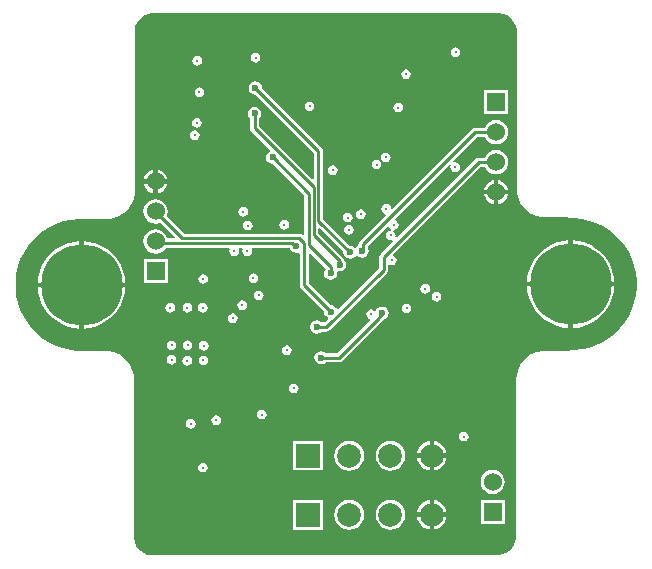
<source format=gbr>
%TF.GenerationSoftware,Altium Limited,Altium Designer,20.0.13 (296)*%
G04 Layer_Physical_Order=3*
G04 Layer_Color=16440176*
%FSLAX25Y25*%
%MOIN*%
%TF.FileFunction,Copper,L3,Inr,Signal*%
%TF.Part,Single*%
G01*
G75*
%TA.AperFunction,Conductor*%
%ADD24C,0.01000*%
%TA.AperFunction,ComponentPad*%
%ADD28C,0.07874*%
%ADD29R,0.07874X0.07874*%
%ADD30R,0.06000X0.06000*%
%ADD31C,0.06000*%
%ADD32C,0.27165*%
%TA.AperFunction,ViaPad*%
%ADD33C,0.02362*%
%ADD34C,0.01181*%
G36*
X636023Y282060D02*
X637163Y281587D01*
X638190Y280901D01*
X639063Y280028D01*
X639749Y279001D01*
X640222Y277860D01*
X640462Y276649D01*
Y276032D01*
X640463Y276031D01*
X640462Y276031D01*
X640505Y223649D01*
X640521Y223566D01*
X640514Y223482D01*
X640592Y222743D01*
X640614Y222672D01*
Y222598D01*
X640915Y221084D01*
X640975Y220938D01*
X641006Y220783D01*
X641597Y219356D01*
X641685Y219225D01*
X641745Y219079D01*
X642603Y217795D01*
X642715Y217684D01*
X642802Y217552D01*
X643894Y216461D01*
X644025Y216373D01*
X644137Y216261D01*
X645421Y215404D01*
X645567Y215343D01*
X645698Y215255D01*
X647124Y214664D01*
X647279Y214633D01*
X647426Y214573D01*
X648939Y214272D01*
X649058D01*
X649174Y214243D01*
X649481Y214228D01*
X649653Y214194D01*
X649820Y214130D01*
X649958Y214133D01*
X650093Y214106D01*
X657766D01*
X657904Y214014D01*
X657968Y214001D01*
X658026Y213969D01*
X658274Y213941D01*
X658518Y213892D01*
X659755D01*
X662212Y213615D01*
X664623Y213065D01*
X666957Y212248D01*
X669185Y211175D01*
X671278Y209859D01*
X673212Y208318D01*
X674960Y206569D01*
X676502Y204636D01*
X677818Y202542D01*
X678891Y200314D01*
X679707Y197980D01*
X680258Y195569D01*
X680535Y193112D01*
Y190639D01*
X680258Y188182D01*
X679707Y185771D01*
X678891Y183437D01*
X677818Y181209D01*
X676502Y179115D01*
X674961Y177182D01*
X673212Y175433D01*
X671278Y173891D01*
X669185Y172576D01*
X666957Y171503D01*
X664623Y170686D01*
X662212Y170136D01*
X659755Y169859D01*
X658518D01*
X658359Y169827D01*
X658196Y169826D01*
X658055Y169767D01*
X658044Y169765D01*
X650206D01*
X650166Y169757D01*
X650127Y169763D01*
X649850Y169749D01*
X649850Y169749D01*
X649078Y169711D01*
X648963Y169682D01*
X648844D01*
X647330Y169381D01*
X647184Y169321D01*
X647029Y169290D01*
X645603Y168699D01*
X645471Y168611D01*
X645325Y168551D01*
X644042Y167693D01*
X643930Y167581D01*
X643798Y167493D01*
X642707Y166402D01*
X642619Y166271D01*
X642507Y166159D01*
X641650Y164875D01*
X641589Y164729D01*
X641501Y164598D01*
X640911Y163172D01*
X640880Y163017D01*
X640819Y162871D01*
X640518Y161356D01*
Y161238D01*
X640489Y161122D01*
X640479Y160921D01*
X640438Y160859D01*
X640407Y160700D01*
X640345Y160551D01*
X640346Y160396D01*
X640316Y160244D01*
Y108385D01*
X640285Y108322D01*
X640271Y108112D01*
X640230Y107905D01*
Y107288D01*
X639989Y106077D01*
X639516Y104936D01*
X638830Y103910D01*
X637957Y103036D01*
X636930Y102350D01*
X635790Y101878D01*
X634579Y101637D01*
X633961D01*
X633847Y101614D01*
X633730Y101620D01*
X633628Y101605D01*
X519570D01*
X519544Y101600D01*
X519517Y101604D01*
X519237Y101539D01*
X518956Y101483D01*
X518933Y101468D01*
X518907Y101462D01*
X518902Y101459D01*
X518632D01*
X517420Y101700D01*
X516280Y102173D01*
X515253Y102859D01*
X514380Y103732D01*
X513694Y104759D01*
X513221Y105899D01*
X512981Y107110D01*
Y107728D01*
X512954Y107859D01*
X512958Y107994D01*
X512909Y108123D01*
Y160204D01*
X512898Y160258D01*
X512906Y160314D01*
X512853Y161077D01*
X512826Y161177D01*
Y161281D01*
X512525Y162795D01*
X512464Y162941D01*
X512434Y163096D01*
X511843Y164522D01*
X511755Y164653D01*
X511694Y164799D01*
X510837Y166083D01*
X510725Y166195D01*
X510637Y166326D01*
X509546Y167418D01*
X509414Y167506D01*
X509303Y167617D01*
X508019Y168475D01*
X507873Y168535D01*
X507741Y168623D01*
X506315Y169214D01*
X506160Y169245D01*
X506014Y169305D01*
X504500Y169606D01*
X504381D01*
X504266Y169635D01*
X503494Y169673D01*
X503457Y169668D01*
X503420Y169675D01*
X495330Y169699D01*
X495183Y169670D01*
X495034Y169672D01*
X495013Y169664D01*
X494251D01*
X491794Y169941D01*
X489383Y170491D01*
X487049Y171308D01*
X484821Y172381D01*
X482727Y173696D01*
X480794Y175238D01*
X479045Y176987D01*
X477503Y178920D01*
X476188Y181014D01*
X475115Y183242D01*
X474298Y185576D01*
X473748Y187987D01*
X473471Y190444D01*
Y192917D01*
X473748Y195374D01*
X474298Y197785D01*
X475115Y200119D01*
X476188Y202347D01*
X477503Y204441D01*
X479045Y206374D01*
X480794Y208123D01*
X482727Y209665D01*
X484821Y210980D01*
X487049Y212053D01*
X489383Y212870D01*
X491794Y213420D01*
X494251Y213697D01*
X495487D01*
X495511Y213702D01*
X495536Y213698D01*
X495607Y213700D01*
X503643D01*
X503759Y213672D01*
X503828Y213684D01*
X503897Y213673D01*
X504668Y213711D01*
X504784Y213740D01*
X504903D01*
X506417Y214041D01*
X506563Y214102D01*
X506718Y214133D01*
X508144Y214723D01*
X508276Y214811D01*
X508422Y214872D01*
X509705Y215729D01*
X509817Y215841D01*
X509948Y215929D01*
X511040Y217020D01*
X511128Y217152D01*
X511239Y217264D01*
X512097Y218547D01*
X512158Y218693D01*
X512245Y218825D01*
X512836Y220251D01*
X512867Y220406D01*
X512927Y220552D01*
X513229Y222066D01*
Y222185D01*
X513258Y222300D01*
X513296Y223072D01*
X513289Y223112D01*
X513297Y223152D01*
X513259Y275551D01*
X513244Y275626D01*
X513252Y275704D01*
X513216Y276068D01*
Y276608D01*
X513457Y277819D01*
X513930Y278960D01*
X514616Y279987D01*
X515489Y280860D01*
X516516Y281546D01*
X517656Y282018D01*
X518867Y282259D01*
X519485D01*
X519489Y282260D01*
X519493Y282259D01*
X519775Y282261D01*
X633945Y282261D01*
X634070Y282286D01*
X634197Y282281D01*
X634321Y282300D01*
X634811D01*
X636023Y282060D01*
D02*
G37*
%LPC*%
G36*
X620128Y270862D02*
X619508Y270739D01*
X618982Y270387D01*
X618630Y269861D01*
X618507Y269240D01*
X618630Y268620D01*
X618982Y268094D01*
X619508Y267742D01*
X620128Y267619D01*
X620749Y267742D01*
X621275Y268094D01*
X621627Y268620D01*
X621750Y269240D01*
X621627Y269861D01*
X621275Y270387D01*
X620749Y270739D01*
X620128Y270862D01*
D02*
G37*
G36*
X553488Y268958D02*
X552868Y268835D01*
X552342Y268483D01*
X551990Y267957D01*
X551867Y267336D01*
X551990Y266716D01*
X552342Y266190D01*
X552868Y265838D01*
X553488Y265715D01*
X554109Y265838D01*
X554635Y266190D01*
X554987Y266716D01*
X555110Y267336D01*
X554987Y267957D01*
X554635Y268483D01*
X554109Y268835D01*
X553488Y268958D01*
D02*
G37*
G36*
X534004Y267950D02*
X533384Y267827D01*
X532857Y267475D01*
X532506Y266949D01*
X532382Y266329D01*
X532506Y265708D01*
X532857Y265182D01*
X533384Y264830D01*
X534004Y264707D01*
X534625Y264830D01*
X535151Y265182D01*
X535502Y265708D01*
X535626Y266329D01*
X535502Y266949D01*
X535151Y267475D01*
X534625Y267827D01*
X534004Y267950D01*
D02*
G37*
G36*
X603624Y263442D02*
X603004Y263319D01*
X602477Y262967D01*
X602126Y262441D01*
X602002Y261821D01*
X602126Y261200D01*
X602477Y260674D01*
X603004Y260322D01*
X603624Y260199D01*
X604245Y260322D01*
X604771Y260674D01*
X605122Y261200D01*
X605246Y261821D01*
X605122Y262441D01*
X604771Y262967D01*
X604245Y263319D01*
X603624Y263442D01*
D02*
G37*
G36*
X534770Y257519D02*
X534150Y257396D01*
X533624Y257044D01*
X533272Y256518D01*
X533149Y255897D01*
X533272Y255277D01*
X533624Y254751D01*
X534150Y254399D01*
X534770Y254276D01*
X535391Y254399D01*
X535917Y254751D01*
X536269Y255277D01*
X536392Y255897D01*
X536269Y256518D01*
X535917Y257044D01*
X535391Y257396D01*
X534770Y257519D01*
D02*
G37*
G36*
X571460Y252757D02*
X570839Y252634D01*
X570313Y252282D01*
X569962Y251756D01*
X569838Y251135D01*
X569962Y250515D01*
X570313Y249989D01*
X570839Y249637D01*
X571460Y249514D01*
X572080Y249637D01*
X572606Y249989D01*
X572958Y250515D01*
X573081Y251135D01*
X572958Y251756D01*
X572606Y252282D01*
X572080Y252634D01*
X571460Y252757D01*
D02*
G37*
G36*
X601079Y252366D02*
X600458Y252242D01*
X599932Y251891D01*
X599581Y251365D01*
X599457Y250744D01*
X599581Y250124D01*
X599932Y249597D01*
X600458Y249246D01*
X601079Y249122D01*
X601699Y249246D01*
X602226Y249597D01*
X602577Y250124D01*
X602701Y250744D01*
X602577Y251365D01*
X602226Y251891D01*
X601699Y252242D01*
X601079Y252366D01*
D02*
G37*
G36*
X637638Y256554D02*
X629638D01*
Y248554D01*
X637638D01*
Y256554D01*
D02*
G37*
G36*
X533864Y247229D02*
X533243Y247105D01*
X532717Y246754D01*
X532366Y246227D01*
X532242Y245607D01*
X532366Y244986D01*
X532717Y244460D01*
X533243Y244109D01*
X533864Y243985D01*
X534484Y244109D01*
X535010Y244460D01*
X535362Y244986D01*
X535486Y245607D01*
X535362Y246227D01*
X535010Y246754D01*
X534484Y247105D01*
X533864Y247229D01*
D02*
G37*
G36*
X533209Y243112D02*
X532588Y242989D01*
X532062Y242637D01*
X531711Y242111D01*
X531587Y241490D01*
X531711Y240870D01*
X532062Y240344D01*
X532588Y239992D01*
X533209Y239869D01*
X533829Y239992D01*
X534356Y240344D01*
X534707Y240870D01*
X534831Y241490D01*
X534707Y242111D01*
X534356Y242637D01*
X533829Y242989D01*
X533209Y243112D01*
D02*
G37*
G36*
X596928Y235755D02*
X596307Y235631D01*
X595781Y235280D01*
X595430Y234754D01*
X595306Y234133D01*
X595430Y233512D01*
X595781Y232986D01*
X596307Y232635D01*
X596928Y232511D01*
X597548Y232635D01*
X598075Y232986D01*
X598426Y233512D01*
X598550Y234133D01*
X598426Y234754D01*
X598075Y235280D01*
X597548Y235631D01*
X596928Y235755D01*
D02*
G37*
G36*
X593819Y233368D02*
X593198Y233245D01*
X592672Y232893D01*
X592320Y232367D01*
X592197Y231747D01*
X592320Y231126D01*
X592672Y230600D01*
X593198Y230248D01*
X593819Y230125D01*
X594439Y230248D01*
X594965Y230600D01*
X595317Y231126D01*
X595440Y231747D01*
X595317Y232367D01*
X594965Y232893D01*
X594439Y233245D01*
X593819Y233368D01*
D02*
G37*
G36*
X579195Y231500D02*
X578574Y231376D01*
X578048Y231025D01*
X577697Y230499D01*
X577573Y229878D01*
X577697Y229257D01*
X578048Y228731D01*
X578574Y228380D01*
X579195Y228256D01*
X579816Y228380D01*
X580342Y228731D01*
X580693Y229257D01*
X580817Y229878D01*
X580693Y230499D01*
X580342Y231025D01*
X579816Y231376D01*
X579195Y231500D01*
D02*
G37*
G36*
X520889Y230073D02*
Y226887D01*
X524075D01*
X524036Y227181D01*
X523633Y228154D01*
X522992Y228990D01*
X522156Y229631D01*
X521183Y230034D01*
X520889Y230073D01*
D02*
G37*
G36*
X519389D02*
X519095Y230034D01*
X518122Y229631D01*
X517286Y228990D01*
X516645Y228154D01*
X516242Y227181D01*
X516203Y226887D01*
X519389D01*
Y230073D01*
D02*
G37*
G36*
X553455Y259474D02*
X552604Y259305D01*
X551883Y258823D01*
X551401Y258102D01*
X551231Y257251D01*
X551401Y256400D01*
X551883Y255678D01*
X552604Y255196D01*
X553455Y255027D01*
X553506Y255037D01*
X572908Y235635D01*
Y227035D01*
X572446Y226844D01*
X554667Y244622D01*
Y247236D01*
X554710Y247265D01*
X555192Y247986D01*
X555362Y248837D01*
X555192Y249688D01*
X554710Y250410D01*
X553989Y250892D01*
X553138Y251061D01*
X552287Y250892D01*
X551565Y250410D01*
X551083Y249688D01*
X550914Y248837D01*
X551083Y247986D01*
X551565Y247265D01*
X551608Y247236D01*
Y243989D01*
X551725Y243404D01*
X552056Y242908D01*
X558272Y236692D01*
X558146Y236110D01*
X557607Y235750D01*
X557125Y235029D01*
X556956Y234178D01*
X557125Y233327D01*
X557607Y232605D01*
X558328Y232123D01*
X559179Y231954D01*
X559230Y231964D01*
X569727Y221468D01*
Y208359D01*
X569265Y208168D01*
X569182Y208250D01*
X568686Y208581D01*
X568101Y208698D01*
X529741D01*
X523834Y214605D01*
X524036Y215093D01*
X524173Y216137D01*
X524036Y217181D01*
X523633Y218154D01*
X522992Y218990D01*
X522156Y219631D01*
X521183Y220034D01*
X520139Y220171D01*
X519095Y220034D01*
X518122Y219631D01*
X517286Y218990D01*
X516645Y218154D01*
X516242Y217181D01*
X516105Y216137D01*
X516242Y215093D01*
X516645Y214120D01*
X517286Y213284D01*
X518122Y212643D01*
X519095Y212240D01*
X520139Y212102D01*
X521183Y212240D01*
X521671Y212442D01*
X526544Y207569D01*
X526352Y207107D01*
X524046D01*
X524036Y207181D01*
X523633Y208154D01*
X522992Y208990D01*
X522156Y209631D01*
X521183Y210034D01*
X520139Y210171D01*
X519095Y210034D01*
X518122Y209631D01*
X517286Y208990D01*
X516645Y208154D01*
X516242Y207181D01*
X516105Y206137D01*
X516242Y205093D01*
X516645Y204120D01*
X517286Y203284D01*
X518122Y202643D01*
X519095Y202240D01*
X520139Y202102D01*
X521183Y202240D01*
X522156Y202643D01*
X522992Y203284D01*
X523579Y204049D01*
X544632D01*
X544900Y203549D01*
X544847Y203469D01*
X544723Y202849D01*
X544847Y202228D01*
X545198Y201702D01*
X545724Y201350D01*
X546345Y201227D01*
X546965Y201350D01*
X547492Y201702D01*
X547843Y202228D01*
X547967Y202849D01*
X547843Y203469D01*
X547790Y203549D01*
X548057Y204049D01*
X548940D01*
X549207Y203549D01*
X549163Y203483D01*
X549040Y202863D01*
X549163Y202242D01*
X549515Y201716D01*
X550041Y201364D01*
X550662Y201241D01*
X551282Y201364D01*
X551808Y201716D01*
X552160Y202242D01*
X552283Y202863D01*
X552160Y203483D01*
X552116Y203549D01*
X552383Y204049D01*
X564866D01*
X564945Y203649D01*
X565427Y202927D01*
X566149Y202446D01*
X567000Y202276D01*
X567636Y202403D01*
X568136Y202080D01*
Y191607D01*
X568252Y191022D01*
X568584Y190526D01*
X576291Y182819D01*
X576281Y182768D01*
X576450Y181917D01*
X576932Y181195D01*
X577471Y180835D01*
X577597Y180254D01*
X576481Y179138D01*
X575496D01*
X575468Y179181D01*
X574746Y179663D01*
X573895Y179832D01*
X573044Y179663D01*
X572323Y179181D01*
X571841Y178460D01*
X571671Y177609D01*
X571841Y176758D01*
X572323Y176036D01*
X573044Y175554D01*
X573895Y175385D01*
X574746Y175554D01*
X575468Y176036D01*
X575496Y176079D01*
X577115D01*
X577700Y176196D01*
X578196Y176527D01*
X597323Y195654D01*
X597655Y196150D01*
X597771Y196736D01*
Y198179D01*
X598212Y198414D01*
X598286Y198365D01*
X598907Y198241D01*
X599528Y198365D01*
X600054Y198716D01*
X600405Y199242D01*
X600529Y199863D01*
X600405Y200483D01*
X600054Y201010D01*
X599528Y201361D01*
X599440Y201379D01*
X599295Y201857D01*
X628462Y231025D01*
X629942D01*
X630144Y230537D01*
X630785Y229701D01*
X631620Y229060D01*
X632593Y228657D01*
X633638Y228519D01*
X634682Y228657D01*
X635655Y229060D01*
X636490Y229701D01*
X637132Y230537D01*
X637535Y231510D01*
X637672Y232554D01*
X637535Y233598D01*
X637132Y234571D01*
X636490Y235407D01*
X635655Y236048D01*
X634682Y236451D01*
X633638Y236588D01*
X632593Y236451D01*
X631620Y236048D01*
X630785Y235407D01*
X630144Y234571D01*
X629942Y234083D01*
X627829D01*
X627243Y233967D01*
X626747Y233635D01*
X600542Y207431D01*
X600082Y207677D01*
X600174Y208143D01*
X600051Y208763D01*
X599699Y209289D01*
X599371Y209509D01*
X599539Y209954D01*
X599558Y209985D01*
X600170Y210106D01*
X600696Y210458D01*
X601048Y210984D01*
X601171Y211605D01*
X601048Y212225D01*
X600696Y212752D01*
X600170Y213103D01*
X600082Y213121D01*
X599937Y213599D01*
X618023Y231685D01*
X618496Y231503D01*
X618517Y231472D01*
X618400Y230882D01*
X618524Y230261D01*
X618875Y229735D01*
X619401Y229384D01*
X620022Y229260D01*
X620642Y229384D01*
X621169Y229735D01*
X621520Y230261D01*
X621643Y230882D01*
X621520Y231502D01*
X621169Y232029D01*
X620642Y232380D01*
X620022Y232504D01*
X619431Y232386D01*
X619401Y232408D01*
X619219Y232880D01*
X627363Y241024D01*
X629942D01*
X630144Y240537D01*
X630785Y239701D01*
X631620Y239060D01*
X632593Y238657D01*
X633638Y238519D01*
X634682Y238657D01*
X635655Y239060D01*
X636490Y239701D01*
X637132Y240537D01*
X637535Y241510D01*
X637672Y242554D01*
X637535Y243598D01*
X637132Y244571D01*
X636490Y245407D01*
X635655Y246048D01*
X634682Y246451D01*
X633638Y246588D01*
X632593Y246451D01*
X631620Y246048D01*
X630785Y245407D01*
X630144Y244571D01*
X629942Y244083D01*
X626729D01*
X626144Y243967D01*
X625648Y243635D01*
X599112Y217099D01*
X598569Y217264D01*
X598498Y217621D01*
X598147Y218147D01*
X597621Y218498D01*
X597000Y218622D01*
X596379Y218498D01*
X595853Y218147D01*
X595502Y217621D01*
X595378Y217000D01*
X595502Y216379D01*
X595853Y215853D01*
X596379Y215502D01*
X596736Y215431D01*
X596901Y214888D01*
X588203Y206191D01*
X587872Y205695D01*
X587756Y205110D01*
Y204760D01*
X587452Y204557D01*
X587151Y204107D01*
X586573Y204072D01*
X585851Y204555D01*
X585000Y204724D01*
X584949Y204714D01*
X575966Y213697D01*
Y236269D01*
X575850Y236854D01*
X575518Y237350D01*
X555669Y257200D01*
X555679Y257251D01*
X555510Y258102D01*
X555028Y258823D01*
X554306Y259305D01*
X553455Y259474D01*
D02*
G37*
G36*
X634388Y226490D02*
Y223304D01*
X637573D01*
X637535Y223598D01*
X637132Y224571D01*
X636490Y225407D01*
X635655Y226048D01*
X634682Y226451D01*
X634388Y226490D01*
D02*
G37*
G36*
X632888D02*
X632593Y226451D01*
X631620Y226048D01*
X630785Y225407D01*
X630144Y224571D01*
X629740Y223598D01*
X629702Y223304D01*
X632888D01*
Y226490D01*
D02*
G37*
G36*
X524075Y225387D02*
X520889D01*
Y222201D01*
X521183Y222240D01*
X522156Y222643D01*
X522992Y223284D01*
X523633Y224120D01*
X524036Y225093D01*
X524075Y225387D01*
D02*
G37*
G36*
X519389D02*
X516203D01*
X516242Y225093D01*
X516645Y224120D01*
X517286Y223284D01*
X518122Y222643D01*
X519095Y222240D01*
X519389Y222201D01*
Y225387D01*
D02*
G37*
G36*
X637573Y221804D02*
X634388D01*
Y218618D01*
X634682Y218657D01*
X635655Y219060D01*
X636490Y219701D01*
X637132Y220537D01*
X637535Y221510D01*
X637573Y221804D01*
D02*
G37*
G36*
X632888D02*
X629702D01*
X629740Y221510D01*
X630144Y220537D01*
X630785Y219701D01*
X631620Y219060D01*
X632593Y218657D01*
X632888Y218618D01*
Y221804D01*
D02*
G37*
G36*
X549389Y217664D02*
X548768Y217541D01*
X548242Y217189D01*
X547890Y216663D01*
X547767Y216043D01*
X547890Y215422D01*
X548242Y214896D01*
X548768Y214544D01*
X549389Y214421D01*
X550009Y214544D01*
X550535Y214896D01*
X550887Y215422D01*
X551010Y216043D01*
X550887Y216663D01*
X550535Y217189D01*
X550009Y217541D01*
X549389Y217664D01*
D02*
G37*
G36*
X588617Y216829D02*
X587996Y216705D01*
X587470Y216354D01*
X587119Y215827D01*
X586995Y215207D01*
X587119Y214586D01*
X587470Y214060D01*
X587996Y213709D01*
X588617Y213585D01*
X589237Y213709D01*
X589764Y214060D01*
X590115Y214586D01*
X590239Y215207D01*
X590115Y215827D01*
X589764Y216354D01*
X589237Y216705D01*
X588617Y216829D01*
D02*
G37*
G36*
X584271Y215720D02*
X583651Y215596D01*
X583124Y215245D01*
X582773Y214719D01*
X582650Y214098D01*
X582773Y213477D01*
X583124Y212951D01*
X583651Y212600D01*
X584271Y212476D01*
X584892Y212600D01*
X585418Y212951D01*
X585770Y213477D01*
X585893Y214098D01*
X585770Y214719D01*
X585418Y215245D01*
X584892Y215596D01*
X584271Y215720D01*
D02*
G37*
G36*
X562999Y213297D02*
X562379Y213173D01*
X561853Y212822D01*
X561501Y212295D01*
X561378Y211675D01*
X561501Y211054D01*
X561853Y210528D01*
X562379Y210176D01*
X562999Y210053D01*
X563620Y210176D01*
X564146Y210528D01*
X564498Y211054D01*
X564621Y211675D01*
X564498Y212295D01*
X564146Y212822D01*
X563620Y213173D01*
X562999Y213297D01*
D02*
G37*
G36*
X550892Y213023D02*
X550272Y212900D01*
X549746Y212548D01*
X549394Y212022D01*
X549271Y211402D01*
X549394Y210781D01*
X549746Y210255D01*
X550272Y209903D01*
X550892Y209780D01*
X551513Y209903D01*
X552039Y210255D01*
X552390Y210781D01*
X552514Y211402D01*
X552390Y212022D01*
X552039Y212548D01*
X551513Y212900D01*
X550892Y213023D01*
D02*
G37*
G36*
X584621Y211640D02*
X584000Y211516D01*
X583474Y211165D01*
X583122Y210639D01*
X582999Y210018D01*
X583122Y209398D01*
X583474Y208872D01*
X584000Y208520D01*
X584621Y208397D01*
X585241Y208520D01*
X585767Y208872D01*
X586119Y209398D01*
X586242Y210018D01*
X586119Y210639D01*
X585767Y211165D01*
X585241Y211516D01*
X584621Y211640D01*
D02*
G37*
G36*
X659273Y206438D02*
Y192619D01*
X673092D01*
X672971Y194158D01*
X672435Y196390D01*
X671557Y198510D01*
X670358Y200467D01*
X668867Y202213D01*
X667121Y203703D01*
X665164Y204903D01*
X663044Y205781D01*
X660812Y206317D01*
X659273Y206438D01*
D02*
G37*
G36*
X657773D02*
X656235Y206317D01*
X654003Y205781D01*
X651883Y204903D01*
X649925Y203703D01*
X648180Y202213D01*
X646689Y200467D01*
X645490Y198510D01*
X644612Y196390D01*
X644076Y194158D01*
X643955Y192619D01*
X657773D01*
Y206438D01*
D02*
G37*
G36*
X496219Y206176D02*
Y192357D01*
X510037D01*
X509916Y193895D01*
X509380Y196127D01*
X508502Y198248D01*
X507303Y200205D01*
X505812Y201950D01*
X504067Y203441D01*
X502109Y204640D01*
X499989Y205519D01*
X497757Y206055D01*
X496219Y206176D01*
D02*
G37*
G36*
X494719D02*
X493180Y206055D01*
X490948Y205519D01*
X488828Y204640D01*
X486871Y203441D01*
X485125Y201950D01*
X483635Y200205D01*
X482435Y198248D01*
X481557Y196127D01*
X481021Y193895D01*
X480900Y192357D01*
X494719D01*
Y206176D01*
D02*
G37*
G36*
X552779Y195491D02*
X552158Y195368D01*
X551632Y195016D01*
X551280Y194490D01*
X551157Y193870D01*
X551280Y193249D01*
X551632Y192723D01*
X552158Y192371D01*
X552779Y192248D01*
X553399Y192371D01*
X553925Y192723D01*
X554277Y193249D01*
X554400Y193870D01*
X554277Y194490D01*
X553925Y195016D01*
X553399Y195368D01*
X552779Y195491D01*
D02*
G37*
G36*
X524139Y200137D02*
X516139D01*
Y192137D01*
X524139D01*
Y200137D01*
D02*
G37*
G36*
X536026Y195226D02*
X535405Y195102D01*
X534879Y194750D01*
X534527Y194224D01*
X534404Y193604D01*
X534527Y192983D01*
X534879Y192457D01*
X535405Y192105D01*
X536026Y191982D01*
X536646Y192105D01*
X537172Y192457D01*
X537524Y192983D01*
X537647Y193604D01*
X537524Y194224D01*
X537172Y194750D01*
X536646Y195102D01*
X536026Y195226D01*
D02*
G37*
G36*
X610056Y192007D02*
X609436Y191884D01*
X608910Y191532D01*
X608558Y191006D01*
X608435Y190386D01*
X608558Y189765D01*
X608910Y189239D01*
X609436Y188887D01*
X610056Y188764D01*
X610677Y188887D01*
X611203Y189239D01*
X611555Y189765D01*
X611678Y190386D01*
X611555Y191006D01*
X611203Y191532D01*
X610677Y191884D01*
X610056Y192007D01*
D02*
G37*
G36*
X554583Y189745D02*
X553963Y189622D01*
X553436Y189270D01*
X553085Y188744D01*
X552961Y188124D01*
X553085Y187503D01*
X553436Y186977D01*
X553963Y186625D01*
X554583Y186502D01*
X555204Y186625D01*
X555730Y186977D01*
X556081Y187503D01*
X556205Y188124D01*
X556081Y188744D01*
X555730Y189270D01*
X555204Y189622D01*
X554583Y189745D01*
D02*
G37*
G36*
X613836Y189294D02*
X613215Y189170D01*
X612689Y188819D01*
X612338Y188293D01*
X612214Y187672D01*
X612338Y187051D01*
X612689Y186525D01*
X613215Y186174D01*
X613836Y186050D01*
X614457Y186174D01*
X614983Y186525D01*
X615334Y187051D01*
X615458Y187672D01*
X615334Y188293D01*
X614983Y188819D01*
X614457Y189170D01*
X613836Y189294D01*
D02*
G37*
G36*
X549060Y186484D02*
X548439Y186361D01*
X547913Y186009D01*
X547562Y185483D01*
X547438Y184862D01*
X547562Y184242D01*
X547913Y183715D01*
X548439Y183364D01*
X549060Y183240D01*
X549680Y183364D01*
X550206Y183715D01*
X550558Y184242D01*
X550681Y184862D01*
X550558Y185483D01*
X550206Y186009D01*
X549680Y186361D01*
X549060Y186484D01*
D02*
G37*
G36*
X595668Y184430D02*
X594817Y184261D01*
X594096Y183779D01*
X593655Y183119D01*
X593349Y183036D01*
X593095Y183015D01*
X592621Y183332D01*
X592000Y183455D01*
X591379Y183332D01*
X590853Y182980D01*
X590502Y182454D01*
X590378Y181833D01*
X590502Y181213D01*
X590853Y180687D01*
X591379Y180335D01*
X591467Y180318D01*
X591612Y179839D01*
X580664Y168891D01*
X576912D01*
X576883Y168934D01*
X576162Y169416D01*
X575311Y169585D01*
X574460Y169416D01*
X573738Y168934D01*
X573256Y168212D01*
X573087Y167361D01*
X573256Y166510D01*
X573738Y165789D01*
X574460Y165307D01*
X575311Y165137D01*
X576162Y165307D01*
X576883Y165789D01*
X576912Y165832D01*
X581297D01*
X581882Y165948D01*
X582379Y166280D01*
X595747Y179648D01*
X595960Y179966D01*
X596052Y180059D01*
X596519Y180152D01*
X597240Y180634D01*
X597723Y181355D01*
X597892Y182206D01*
X597723Y183057D01*
X597240Y183779D01*
X596519Y184261D01*
X595668Y184430D01*
D02*
G37*
G36*
X535868Y185634D02*
X535248Y185510D01*
X534722Y185159D01*
X534370Y184633D01*
X534247Y184012D01*
X534370Y183391D01*
X534722Y182865D01*
X535248Y182514D01*
X535868Y182390D01*
X536489Y182514D01*
X537015Y182865D01*
X537366Y183391D01*
X537490Y184012D01*
X537366Y184633D01*
X537015Y185159D01*
X536489Y185510D01*
X535868Y185634D01*
D02*
G37*
G36*
X530754D02*
X530133Y185510D01*
X529607Y185159D01*
X529256Y184633D01*
X529132Y184012D01*
X529256Y183391D01*
X529607Y182865D01*
X530133Y182514D01*
X530754Y182390D01*
X531375Y182514D01*
X531901Y182865D01*
X532252Y183391D01*
X532376Y184012D01*
X532252Y184633D01*
X531901Y185159D01*
X531375Y185510D01*
X530754Y185634D01*
D02*
G37*
G36*
X525020D02*
X524400Y185510D01*
X523873Y185159D01*
X523522Y184633D01*
X523398Y184012D01*
X523522Y183391D01*
X523873Y182865D01*
X524400Y182514D01*
X525020Y182390D01*
X525641Y182514D01*
X526167Y182865D01*
X526518Y183391D01*
X526642Y184012D01*
X526518Y184633D01*
X526167Y185159D01*
X525641Y185510D01*
X525020Y185634D01*
D02*
G37*
G36*
X603826Y185415D02*
X603206Y185292D01*
X602679Y184940D01*
X602328Y184414D01*
X602205Y183794D01*
X602328Y183173D01*
X602679Y182647D01*
X603206Y182295D01*
X603826Y182172D01*
X604447Y182295D01*
X604973Y182647D01*
X605325Y183173D01*
X605448Y183794D01*
X605325Y184414D01*
X604973Y184940D01*
X604447Y185292D01*
X603826Y185415D01*
D02*
G37*
G36*
X545942Y182200D02*
X545321Y182077D01*
X544795Y181725D01*
X544443Y181199D01*
X544320Y180578D01*
X544443Y179958D01*
X544795Y179432D01*
X545321Y179080D01*
X545942Y178957D01*
X546562Y179080D01*
X547088Y179432D01*
X547440Y179958D01*
X547563Y180578D01*
X547440Y181199D01*
X547088Y181725D01*
X546562Y182077D01*
X545942Y182200D01*
D02*
G37*
G36*
X673092Y191119D02*
X659273D01*
Y177301D01*
X660812Y177422D01*
X663044Y177957D01*
X665164Y178836D01*
X667121Y180035D01*
X668867Y181526D01*
X670358Y183271D01*
X671557Y185229D01*
X672435Y187349D01*
X672971Y189581D01*
X673092Y191119D01*
D02*
G37*
G36*
X657773D02*
X643955D01*
X644076Y189581D01*
X644612Y187349D01*
X645490Y185229D01*
X646689Y183271D01*
X648180Y181526D01*
X649925Y180035D01*
X651883Y178836D01*
X654003Y177957D01*
X656235Y177422D01*
X657773Y177301D01*
Y191119D01*
D02*
G37*
G36*
X510037Y190857D02*
X496219D01*
Y177038D01*
X497757Y177159D01*
X499989Y177695D01*
X502109Y178574D01*
X504067Y179773D01*
X505812Y181263D01*
X507303Y183009D01*
X508502Y184966D01*
X509380Y187087D01*
X509916Y189319D01*
X510037Y190857D01*
D02*
G37*
G36*
X494719D02*
X480900D01*
X481021Y189319D01*
X481557Y187087D01*
X482435Y184966D01*
X483635Y183009D01*
X485125Y181263D01*
X486871Y179773D01*
X488828Y178574D01*
X490948Y177695D01*
X493180Y177159D01*
X494719Y177038D01*
Y190857D01*
D02*
G37*
G36*
X530822Y173160D02*
X530201Y173037D01*
X529675Y172685D01*
X529324Y172159D01*
X529200Y171539D01*
X529324Y170918D01*
X529675Y170392D01*
X530201Y170040D01*
X530822Y169917D01*
X531443Y170040D01*
X531969Y170392D01*
X532320Y170918D01*
X532444Y171539D01*
X532320Y172159D01*
X531969Y172685D01*
X531443Y173037D01*
X530822Y173160D01*
D02*
G37*
G36*
X525460Y173080D02*
X524839Y172957D01*
X524313Y172605D01*
X523961Y172079D01*
X523838Y171459D01*
X523961Y170838D01*
X524313Y170312D01*
X524839Y169960D01*
X525460Y169837D01*
X526080Y169960D01*
X526606Y170312D01*
X526958Y170838D01*
X527081Y171459D01*
X526958Y172079D01*
X526606Y172605D01*
X526080Y172957D01*
X525460Y173080D01*
D02*
G37*
G36*
X536243Y172952D02*
X535623Y172829D01*
X535097Y172477D01*
X534745Y171951D01*
X534621Y171330D01*
X534745Y170710D01*
X535097Y170184D01*
X535623Y169832D01*
X536243Y169709D01*
X536864Y169832D01*
X537390Y170184D01*
X537742Y170710D01*
X537865Y171330D01*
X537742Y171951D01*
X537390Y172477D01*
X536864Y172829D01*
X536243Y172952D01*
D02*
G37*
G36*
X563949Y171490D02*
X563328Y171366D01*
X562802Y171014D01*
X562451Y170488D01*
X562327Y169868D01*
X562451Y169247D01*
X562802Y168721D01*
X563328Y168369D01*
X563949Y168246D01*
X564570Y168369D01*
X565096Y168721D01*
X565447Y169247D01*
X565571Y169868D01*
X565447Y170488D01*
X565096Y171014D01*
X564570Y171366D01*
X563949Y171490D01*
D02*
G37*
G36*
X525488Y168342D02*
X524867Y168218D01*
X524341Y167867D01*
X523989Y167341D01*
X523866Y166720D01*
X523989Y166099D01*
X524341Y165573D01*
X524867Y165222D01*
X525488Y165098D01*
X526108Y165222D01*
X526634Y165573D01*
X526986Y166099D01*
X527109Y166720D01*
X526986Y167341D01*
X526634Y167867D01*
X526108Y168218D01*
X525488Y168342D01*
D02*
G37*
G36*
X536098Y168064D02*
X535477Y167940D01*
X534951Y167589D01*
X534599Y167063D01*
X534476Y166442D01*
X534599Y165822D01*
X534951Y165296D01*
X535477Y164944D01*
X536098Y164821D01*
X536718Y164944D01*
X537245Y165296D01*
X537596Y165822D01*
X537719Y166442D01*
X537596Y167063D01*
X537245Y167589D01*
X536718Y167940D01*
X536098Y168064D01*
D02*
G37*
G36*
X530724Y168005D02*
X530103Y167881D01*
X529577Y167530D01*
X529225Y167004D01*
X529102Y166383D01*
X529225Y165762D01*
X529577Y165236D01*
X530103Y164885D01*
X530724Y164761D01*
X531344Y164885D01*
X531871Y165236D01*
X532222Y165762D01*
X532345Y166383D01*
X532222Y167004D01*
X531871Y167530D01*
X531344Y167881D01*
X530724Y168005D01*
D02*
G37*
G36*
X566257Y158757D02*
X565636Y158633D01*
X565110Y158282D01*
X564758Y157756D01*
X564635Y157135D01*
X564758Y156515D01*
X565110Y155989D01*
X565636Y155637D01*
X566257Y155514D01*
X566877Y155637D01*
X567403Y155989D01*
X567755Y156515D01*
X567878Y157135D01*
X567755Y157756D01*
X567403Y158282D01*
X566877Y158633D01*
X566257Y158757D01*
D02*
G37*
G36*
X555546Y150024D02*
X554926Y149901D01*
X554400Y149549D01*
X554048Y149023D01*
X553925Y148403D01*
X554048Y147782D01*
X554400Y147256D01*
X554926Y146905D01*
X555546Y146781D01*
X556167Y146905D01*
X556693Y147256D01*
X557045Y147782D01*
X557168Y148403D01*
X557045Y149023D01*
X556693Y149549D01*
X556167Y149901D01*
X555546Y150024D01*
D02*
G37*
G36*
X540353Y148148D02*
X539733Y148024D01*
X539206Y147673D01*
X538855Y147147D01*
X538731Y146526D01*
X538855Y145906D01*
X539206Y145380D01*
X539733Y145028D01*
X540353Y144905D01*
X540974Y145028D01*
X541500Y145380D01*
X541851Y145906D01*
X541975Y146526D01*
X541851Y147147D01*
X541500Y147673D01*
X540974Y148024D01*
X540353Y148148D01*
D02*
G37*
G36*
X531900Y146919D02*
X531279Y146795D01*
X530753Y146444D01*
X530402Y145918D01*
X530278Y145297D01*
X530402Y144677D01*
X530753Y144150D01*
X531279Y143799D01*
X531900Y143675D01*
X532521Y143799D01*
X533047Y144150D01*
X533398Y144677D01*
X533522Y145297D01*
X533398Y145918D01*
X533047Y146444D01*
X532521Y146795D01*
X531900Y146919D01*
D02*
G37*
G36*
X622921Y142690D02*
X622300Y142566D01*
X621774Y142215D01*
X621422Y141689D01*
X621299Y141068D01*
X621422Y140447D01*
X621774Y139921D01*
X622300Y139570D01*
X622921Y139446D01*
X623541Y139570D01*
X624067Y139921D01*
X624419Y140447D01*
X624543Y141068D01*
X624419Y141689D01*
X624067Y142215D01*
X623541Y142566D01*
X622921Y142690D01*
D02*
G37*
G36*
X612983Y139599D02*
Y135468D01*
X617114D01*
X617043Y136007D01*
X616545Y137208D01*
X615754Y138239D01*
X614723Y139031D01*
X613522Y139528D01*
X612983Y139599D01*
D02*
G37*
G36*
X611483D02*
X610944Y139528D01*
X609743Y139031D01*
X608712Y138239D01*
X607920Y137208D01*
X607423Y136007D01*
X607352Y135468D01*
X611483D01*
Y139599D01*
D02*
G37*
G36*
X617114Y133968D02*
X612983D01*
Y129837D01*
X613522Y129908D01*
X614723Y130406D01*
X615754Y131197D01*
X616545Y132228D01*
X617043Y133429D01*
X617114Y133968D01*
D02*
G37*
G36*
X611483D02*
X607352D01*
X607423Y133429D01*
X607920Y132228D01*
X608712Y131197D01*
X609743Y130406D01*
X610944Y129908D01*
X611483Y129837D01*
Y133968D01*
D02*
G37*
G36*
X575831Y139655D02*
X565957D01*
Y129781D01*
X575831D01*
Y139655D01*
D02*
G37*
G36*
X598453Y139698D02*
X597164Y139528D01*
X595963Y139031D01*
X594932Y138239D01*
X594141Y137208D01*
X593643Y136007D01*
X593474Y134718D01*
X593643Y133429D01*
X594141Y132228D01*
X594932Y131197D01*
X595963Y130406D01*
X597164Y129908D01*
X598453Y129738D01*
X599742Y129908D01*
X600943Y130406D01*
X601974Y131197D01*
X602766Y132228D01*
X603263Y133429D01*
X603433Y134718D01*
X603263Y136007D01*
X602766Y137208D01*
X601974Y138239D01*
X600943Y139031D01*
X599742Y139528D01*
X598453Y139698D01*
D02*
G37*
G36*
X584674D02*
X583385Y139528D01*
X582184Y139031D01*
X581152Y138239D01*
X580361Y137208D01*
X579864Y136007D01*
X579694Y134718D01*
X579864Y133429D01*
X580361Y132228D01*
X581152Y131197D01*
X582184Y130406D01*
X583385Y129908D01*
X584674Y129738D01*
X585962Y129908D01*
X587163Y130406D01*
X588195Y131197D01*
X588986Y132228D01*
X589483Y133429D01*
X589653Y134718D01*
X589483Y136007D01*
X588986Y137208D01*
X588195Y138239D01*
X587163Y139031D01*
X585962Y139528D01*
X584674Y139698D01*
D02*
G37*
G36*
X535945Y132347D02*
X535324Y132224D01*
X534798Y131872D01*
X534447Y131346D01*
X534323Y130725D01*
X534447Y130105D01*
X534798Y129579D01*
X535324Y129227D01*
X535945Y129104D01*
X536566Y129227D01*
X537092Y129579D01*
X537443Y130105D01*
X537567Y130725D01*
X537443Y131346D01*
X537092Y131872D01*
X536566Y132224D01*
X535945Y132347D01*
D02*
G37*
G36*
X632500Y129995D02*
X631456Y129858D01*
X630483Y129455D01*
X629647Y128814D01*
X629006Y127978D01*
X628603Y127005D01*
X628466Y125961D01*
X628603Y124916D01*
X629006Y123943D01*
X629647Y123108D01*
X630483Y122467D01*
X631456Y122064D01*
X632500Y121926D01*
X633544Y122064D01*
X634517Y122467D01*
X635353Y123108D01*
X635994Y123943D01*
X636397Y124916D01*
X636535Y125961D01*
X636397Y127005D01*
X635994Y127978D01*
X635353Y128814D01*
X634517Y129455D01*
X633544Y129858D01*
X632500Y129995D01*
D02*
G37*
G36*
X612983Y119914D02*
Y115783D01*
X617114D01*
X617043Y116322D01*
X616545Y117523D01*
X615754Y118554D01*
X614723Y119345D01*
X613522Y119843D01*
X612983Y119914D01*
D02*
G37*
G36*
X611483D02*
X610944Y119843D01*
X609743Y119345D01*
X608712Y118554D01*
X607920Y117523D01*
X607423Y116322D01*
X607352Y115783D01*
X611483D01*
Y119914D01*
D02*
G37*
G36*
X636500Y119961D02*
X628500D01*
Y111961D01*
X636500D01*
Y119961D01*
D02*
G37*
G36*
X617114Y114283D02*
X612983D01*
Y110152D01*
X613522Y110223D01*
X614723Y110721D01*
X615754Y111512D01*
X616545Y112543D01*
X617043Y113744D01*
X617114Y114283D01*
D02*
G37*
G36*
X611483D02*
X607352D01*
X607423Y113744D01*
X607920Y112543D01*
X608712Y111512D01*
X609743Y110721D01*
X610944Y110223D01*
X611483Y110152D01*
Y114283D01*
D02*
G37*
G36*
X575831Y119970D02*
X565957D01*
Y110096D01*
X575831D01*
Y119970D01*
D02*
G37*
G36*
X598453Y120013D02*
X597164Y119843D01*
X595963Y119345D01*
X594932Y118554D01*
X594141Y117523D01*
X593643Y116322D01*
X593474Y115033D01*
X593643Y113744D01*
X594141Y112543D01*
X594932Y111512D01*
X595963Y110721D01*
X597164Y110223D01*
X598453Y110053D01*
X599742Y110223D01*
X600943Y110721D01*
X601974Y111512D01*
X602766Y112543D01*
X603263Y113744D01*
X603433Y115033D01*
X603263Y116322D01*
X602766Y117523D01*
X601974Y118554D01*
X600943Y119345D01*
X599742Y119843D01*
X598453Y120013D01*
D02*
G37*
G36*
X584674D02*
X583385Y119843D01*
X582184Y119345D01*
X581152Y118554D01*
X580361Y117523D01*
X579864Y116322D01*
X579694Y115033D01*
X579864Y113744D01*
X580361Y112543D01*
X581152Y111512D01*
X582184Y110721D01*
X583385Y110223D01*
X584674Y110053D01*
X585962Y110223D01*
X587163Y110721D01*
X588195Y111512D01*
X588986Y112543D01*
X589483Y113744D01*
X589653Y115033D01*
X589483Y116322D01*
X588986Y117523D01*
X588195Y118554D01*
X587163Y119345D01*
X585962Y119843D01*
X584674Y120013D01*
D02*
G37*
%LPD*%
G36*
X598034Y211072D02*
X598051Y210984D01*
X598403Y210458D01*
X598731Y210239D01*
X598563Y209793D01*
X598544Y209763D01*
X597932Y209641D01*
X597406Y209289D01*
X597054Y208763D01*
X596931Y208143D01*
X597054Y207522D01*
X597406Y206996D01*
X597932Y206644D01*
X598553Y206521D01*
X599018Y206613D01*
X599264Y206153D01*
X595160Y202048D01*
X594829Y201552D01*
X594712Y200967D01*
Y197369D01*
X581019Y183676D01*
X580437Y183801D01*
X580077Y184340D01*
X579356Y184822D01*
X578505Y184992D01*
X578454Y184982D01*
X571195Y192241D01*
Y202098D01*
X571657Y202289D01*
X576906Y197040D01*
X576445Y196351D01*
X576276Y195500D01*
X576445Y194649D01*
X576928Y193928D01*
X577649Y193446D01*
X578500Y193276D01*
X579351Y193446D01*
X580072Y193928D01*
X580555Y194649D01*
X580724Y195500D01*
X580654Y195850D01*
X581079Y196275D01*
X581463Y196198D01*
X582314Y196368D01*
X583036Y196850D01*
X583518Y197571D01*
X583687Y198422D01*
X583518Y199273D01*
X583036Y199995D01*
X582881Y200098D01*
X582876Y200122D01*
X582545Y200618D01*
X574376Y208787D01*
Y210308D01*
X574838Y210499D01*
X582786Y202551D01*
X582776Y202500D01*
X582945Y201649D01*
X583427Y200927D01*
X584149Y200446D01*
X585000Y200276D01*
X585851Y200446D01*
X586573Y200927D01*
X586873Y201378D01*
X587452Y201412D01*
X588173Y200930D01*
X589024Y200761D01*
X589875Y200930D01*
X590597Y201412D01*
X591079Y202134D01*
X591248Y202985D01*
X591079Y203836D01*
X590814Y204232D01*
Y204476D01*
X597555Y211217D01*
X598034Y211072D01*
D02*
G37*
D24*
X595668Y181838D02*
Y182206D01*
X589285Y203245D02*
Y205110D01*
X573895Y177609D02*
X577115D01*
X596242Y196736D02*
Y200967D01*
X589285Y205110D02*
X626729Y242554D01*
X529107Y207169D02*
X568101D01*
X578500Y195500D02*
Y197608D01*
X521772Y214504D02*
X529107Y207169D01*
X521772Y215772D02*
X522000Y216000D01*
X572847Y208154D02*
Y224280D01*
X577115Y177609D02*
X596242Y196736D01*
X566631Y204500D02*
X567000D01*
X569665Y191607D02*
X578505Y182768D01*
X581297Y167361D02*
X594665Y180729D01*
X571256Y204853D02*
Y222101D01*
X596242Y200967D02*
X627829Y232554D01*
X553138Y243989D02*
X572847Y224280D01*
X574437Y213063D02*
Y236269D01*
X575311Y167361D02*
X581297D01*
X581463Y198422D02*
Y199537D01*
X594665Y180835D02*
X595668Y181838D01*
X589024Y202985D02*
X589285Y203245D01*
X594665Y180729D02*
Y180835D01*
X521772Y214504D02*
Y215772D01*
X574437Y213063D02*
X585000Y202500D01*
X568101Y207169D02*
X569665Y205604D01*
X627829Y232554D02*
X633638D01*
X572847Y208154D02*
X581463Y199537D01*
X571256Y204853D02*
X578500Y197608D01*
X559179Y234178D02*
X571256Y222101D01*
X626729Y242554D02*
X633638D01*
X522000Y206000D02*
X522422Y205578D01*
X569665Y191607D02*
Y205604D01*
X522422Y205578D02*
X565553D01*
X566631Y204500D01*
X553138Y243989D02*
Y248837D01*
X553455Y257251D02*
X574437Y236269D01*
D28*
X598453Y115033D02*
D03*
X584674D02*
D03*
Y134718D02*
D03*
X598453D02*
D03*
X612233D02*
D03*
Y115033D02*
D03*
D29*
X570894D02*
D03*
Y134718D02*
D03*
D30*
X632500Y115961D02*
D03*
X520139Y196137D02*
D03*
X633638Y252554D02*
D03*
D31*
X632500Y125961D02*
D03*
X520139Y226137D02*
D03*
Y206137D02*
D03*
Y216137D02*
D03*
X633638Y222554D02*
D03*
Y242554D02*
D03*
Y232554D02*
D03*
D32*
X495469Y191607D02*
D03*
X658523Y191869D02*
D03*
D33*
X578505Y182768D02*
D03*
X575311Y167361D02*
D03*
X595668Y182206D02*
D03*
X573895Y177609D02*
D03*
X567000Y204500D02*
D03*
X560797Y194669D02*
D03*
X573182Y172442D02*
D03*
X611007Y220676D02*
D03*
X578500Y195500D02*
D03*
X581463Y198422D02*
D03*
X589024Y202985D02*
D03*
X585000Y202500D02*
D03*
X607977Y166718D02*
D03*
X559179Y234178D02*
D03*
X536610Y108608D02*
D03*
X517109Y163801D02*
D03*
X553138Y248837D02*
D03*
X553455Y257251D02*
D03*
X594007Y160716D02*
D03*
X516063Y271997D02*
D03*
X516425Y261227D02*
D03*
X516031Y249464D02*
D03*
X516379Y238966D02*
D03*
X537640Y222783D02*
D03*
X608696Y239446D02*
D03*
X629082Y182595D02*
D03*
X628868Y176372D02*
D03*
X594271Y168156D02*
D03*
X525412Y146894D02*
D03*
X518172Y146559D02*
D03*
X571304Y231365D02*
D03*
D34*
X598907Y199863D02*
D03*
X599549Y211605D02*
D03*
X598553Y208143D02*
D03*
X597000Y217000D02*
D03*
X566257Y157135D02*
D03*
X592000Y181833D02*
D03*
X554583Y188124D02*
D03*
X552779Y193870D02*
D03*
X562999Y211675D02*
D03*
X550662Y202863D02*
D03*
X601079Y250744D02*
D03*
X546345Y202849D02*
D03*
X550892Y211402D02*
D03*
X584621Y210018D02*
D03*
X610056Y190386D02*
D03*
X549389Y216043D02*
D03*
X588617Y215207D02*
D03*
X584271Y214098D02*
D03*
X536098Y166442D02*
D03*
X536243Y171330D02*
D03*
X549060Y184862D02*
D03*
X571460Y251135D02*
D03*
X525488Y166720D02*
D03*
X530724Y166383D02*
D03*
X531900Y145297D02*
D03*
X596928Y234133D02*
D03*
X545942Y180578D02*
D03*
X535868Y184012D02*
D03*
X530754D02*
D03*
X525020D02*
D03*
X540353Y146526D02*
D03*
X555546Y148403D02*
D03*
X530822Y171539D02*
D03*
X525460Y171459D02*
D03*
X620022Y230882D02*
D03*
X533864Y245607D02*
D03*
X533209Y241490D02*
D03*
X534004Y266329D02*
D03*
X534770Y255897D02*
D03*
X563949Y169868D02*
D03*
X593819Y231747D02*
D03*
X603826Y183794D02*
D03*
X613836Y187672D02*
D03*
X579195Y229878D02*
D03*
X536026Y193604D02*
D03*
X620128Y269240D02*
D03*
X603624Y261821D02*
D03*
X553488Y267336D02*
D03*
X622921Y141068D02*
D03*
X535945Y130725D02*
D03*
%TF.MD5,fef989d07e00aaa4c460e4f83a181d8b*%
M02*

</source>
